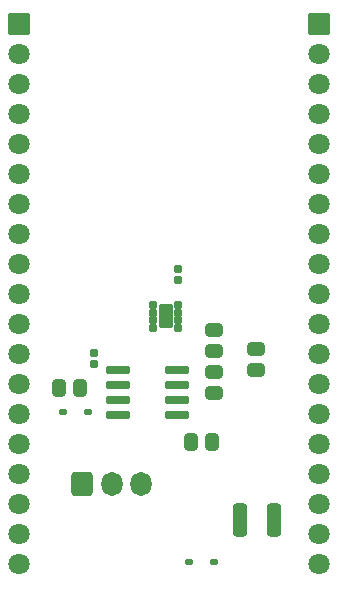
<source format=gbr>
%TF.GenerationSoftware,KiCad,Pcbnew,9.0.1+1*%
%TF.CreationDate,2025-05-03T16:11:17-04:00*%
%TF.ProjectId,lg_hvac_esp32,6c675f68-7661-4635-9f65-737033322e6b,rev?*%
%TF.SameCoordinates,Original*%
%TF.FileFunction,Soldermask,Top*%
%TF.FilePolarity,Negative*%
%FSLAX46Y46*%
G04 Gerber Fmt 4.6, Leading zero omitted, Abs format (unit mm)*
G04 Created by KiCad (PCBNEW 9.0.1+1) date 2025-05-03 16:11:17*
%MOMM*%
%LPD*%
G01*
G04 APERTURE LIST*
G04 Aperture macros list*
%AMRoundRect*
0 Rectangle with rounded corners*
0 $1 Rounding radius*
0 $2 $3 $4 $5 $6 $7 $8 $9 X,Y pos of 4 corners*
0 Add a 4 corners polygon primitive as box body*
4,1,4,$2,$3,$4,$5,$6,$7,$8,$9,$2,$3,0*
0 Add four circle primitives for the rounded corners*
1,1,$1+$1,$2,$3*
1,1,$1+$1,$4,$5*
1,1,$1+$1,$6,$7*
1,1,$1+$1,$8,$9*
0 Add four rect primitives between the rounded corners*
20,1,$1+$1,$2,$3,$4,$5,0*
20,1,$1+$1,$4,$5,$6,$7,0*
20,1,$1+$1,$6,$7,$8,$9,0*
20,1,$1+$1,$8,$9,$2,$3,0*%
G04 Aperture macros list end*
%ADD10O,1.800000X2.050000*%
%ADD11RoundRect,0.264706X-0.635294X-0.760294X0.635294X-0.760294X0.635294X0.760294X-0.635294X0.760294X0*%
%ADD12RoundRect,0.150000X-0.212500X-0.150000X0.212500X-0.150000X0.212500X0.150000X-0.212500X0.150000X0*%
%ADD13RoundRect,0.050000X-0.550000X-0.950000X0.550000X-0.950000X0.550000X0.950000X-0.550000X0.950000X0*%
%ADD14RoundRect,0.274390X-0.475610X0.288110X-0.475610X-0.288110X0.475610X-0.288110X0.475610X0.288110X0*%
%ADD15RoundRect,0.165000X0.195000X-0.165000X0.195000X0.165000X-0.195000X0.165000X-0.195000X-0.165000X0*%
%ADD16RoundRect,0.137500X0.212500X0.137500X-0.212500X0.137500X-0.212500X-0.137500X0.212500X-0.137500X0*%
%ADD17RoundRect,0.175000X0.850000X0.175000X-0.850000X0.175000X-0.850000X-0.175000X0.850000X-0.175000X0*%
%ADD18RoundRect,0.137500X-0.212500X-0.137500X0.212500X-0.137500X0.212500X0.137500X-0.212500X0.137500X0*%
%ADD19RoundRect,0.050000X-0.850000X-0.850000X0.850000X-0.850000X0.850000X0.850000X-0.850000X0.850000X0*%
%ADD20C,1.800000*%
%ADD21RoundRect,0.274390X0.288110X0.475610X-0.288110X0.475610X-0.288110X-0.475610X0.288110X-0.475610X0*%
%ADD22RoundRect,0.271739X-0.353261X-1.128261X0.353261X-1.128261X0.353261X1.128261X-0.353261X1.128261X0*%
G04 APERTURE END LIST*
D10*
%TO.C,J1*%
X47204000Y-73660000D03*
X44704000Y-73660000D03*
D11*
X42204000Y-73660000D03*
%TD*%
D12*
%TO.C,U1*%
X48213500Y-58461000D03*
X48213500Y-59111000D03*
X48213500Y-59761000D03*
X48213500Y-60411000D03*
X50338500Y-60411000D03*
X50338500Y-59761000D03*
X50338500Y-59111000D03*
X50338500Y-58461000D03*
D13*
X49276000Y-59436000D03*
%TD*%
D14*
%TO.C,R3*%
X56896000Y-62183000D03*
X56896000Y-64008000D03*
%TD*%
D15*
%TO.C,C5*%
X43180000Y-63472000D03*
X43180000Y-62512000D03*
%TD*%
D16*
%TO.C,D1*%
X53374000Y-80264000D03*
X51274000Y-80264000D03*
%TD*%
D17*
%TO.C,U2*%
X50192000Y-67818000D03*
X50192000Y-66548000D03*
X50192000Y-65278000D03*
X50192000Y-64008000D03*
X45242000Y-64008000D03*
X45242000Y-65278000D03*
X45242000Y-66548000D03*
X45242000Y-67818000D03*
%TD*%
D14*
%TO.C,R2*%
X53340000Y-60555500D03*
X53340000Y-62380500D03*
%TD*%
D18*
%TO.C,D2*%
X40606000Y-67564000D03*
X42706000Y-67564000D03*
%TD*%
D19*
%TO.C,J2*%
X36826320Y-34703840D03*
D20*
X36826320Y-37243840D03*
X36826320Y-39783840D03*
X36826320Y-42323840D03*
X36826320Y-44863840D03*
X36826320Y-47403840D03*
X36826320Y-49943840D03*
X36826320Y-52483840D03*
X36826320Y-55023840D03*
X36826320Y-57563840D03*
X36826320Y-60103840D03*
X36826320Y-62643840D03*
X36826320Y-65183840D03*
X36826320Y-67723840D03*
X36826320Y-70263840D03*
X36826320Y-72803840D03*
X36826320Y-75343840D03*
X36826320Y-77883840D03*
X36826320Y-80423840D03*
%TD*%
D21*
%TO.C,R4*%
X53236500Y-70104000D03*
X51411500Y-70104000D03*
%TD*%
D15*
%TO.C,C2*%
X50292000Y-56360000D03*
X50292000Y-55400000D03*
%TD*%
D14*
%TO.C,R1*%
X53340000Y-64111500D03*
X53340000Y-65936500D03*
%TD*%
D21*
%TO.C,R5*%
X42060500Y-65532000D03*
X40235500Y-65532000D03*
%TD*%
D22*
%TO.C,C1*%
X55525000Y-76708000D03*
X58475000Y-76708000D03*
%TD*%
D19*
%TO.C,J3*%
X62230000Y-34703840D03*
D20*
X62230000Y-37243840D03*
X62230000Y-39783840D03*
X62230000Y-42323840D03*
X62230000Y-44863840D03*
X62230000Y-47403840D03*
X62230000Y-49943840D03*
X62230000Y-52483840D03*
X62230000Y-55023840D03*
X62230000Y-57563840D03*
X62230000Y-60103840D03*
X62230000Y-62643840D03*
X62230000Y-65183840D03*
X62230000Y-67723840D03*
X62230000Y-70263840D03*
X62230000Y-72803840D03*
X62230000Y-75343840D03*
X62230000Y-77883840D03*
X62230000Y-80423840D03*
%TD*%
M02*

</source>
